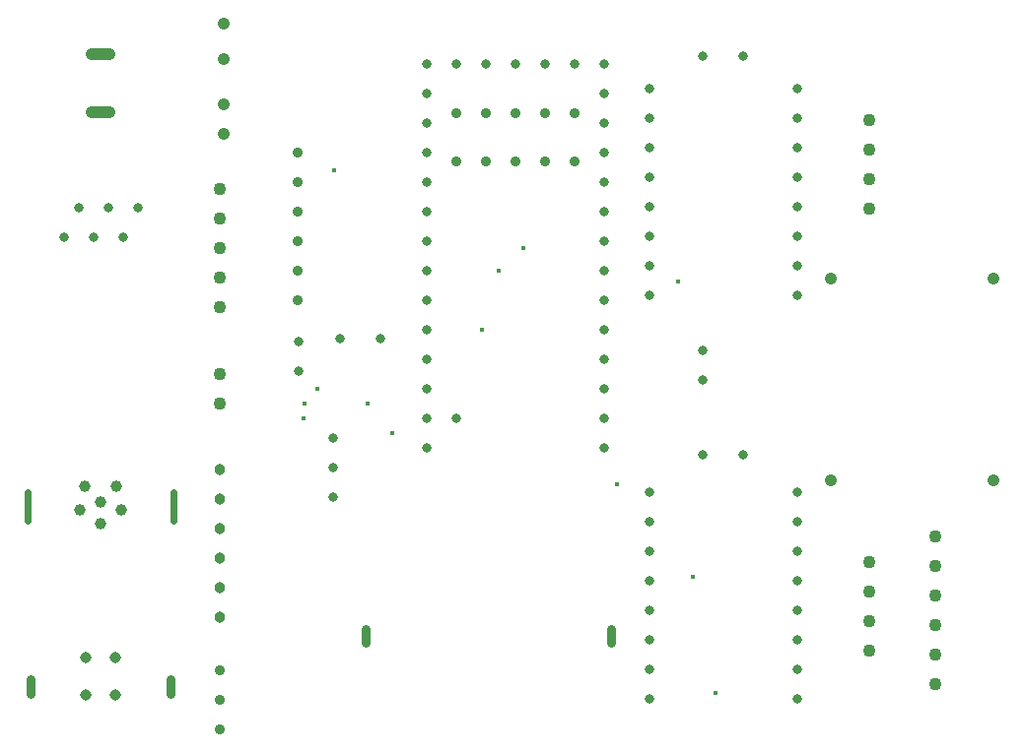
<source format=gbr>
%TF.GenerationSoftware,Novarm,DipTrace,3.3.1.3*%
%TF.CreationDate,2023-12-10T18:24:34+00:00*%
%FSLAX35Y35*%
%MOMM*%
%TF.FileFunction,Plated,1,2,PTH,Drill*%
%TF.Part,Single*%
%TA.AperFunction,ComponentDrill*%
%ADD18C,1.0*%
%ADD54C,0.8*%
%TA.AperFunction,ViaDrill*%
%ADD55C,0.4*%
%TA.AperFunction,ComponentDrill*%
%ADD57C,0.8001*%
%ADD58C,0.96533*%
%ADD59C,0.97*%
%ADD60C,1.07*%
%ADD61C,0.9*%
%ADD62C,0.6*%
%ADD63C,1.1*%
G75*
G01*
X3079723Y987750D2*
D54*
Y1107750D1*
X5187923Y987750D2*
Y1107750D1*
X2856750Y3603627D3*
X3206750D3*
X6321497Y6035377D3*
X5971497D3*
X6321497Y2606377D3*
X5971497D3*
D57*
X2500000Y3577000D3*
Y3323000D3*
D54*
X1117500Y4726999D3*
X990500Y4472999D3*
X863500Y4726999D3*
X736500Y4472999D3*
X609500Y4726999D3*
X482500Y4472999D3*
D58*
X1825623Y4127500D3*
Y4889500D3*
Y3873500D3*
Y4635500D3*
Y4381500D3*
D57*
X5969000Y3504000D3*
Y3250000D3*
D59*
X925000Y540000D3*
X675000D3*
Y860000D3*
X925000D3*
X1402000Y550000D2*
D54*
Y670000D1*
X198000Y550000D2*
Y670000D1*
D60*
X1825623Y3048000D3*
Y3302000D3*
X1857373Y6009500D3*
Y6309500D3*
D61*
X1825623Y746123D3*
Y492123D3*
Y238123D3*
D18*
X936500Y2332000D3*
X663500D3*
X625000Y2126000D3*
X800000Y2010000D3*
X975000Y2126000D3*
X800000Y2200000D3*
X175000Y2039000D2*
D62*
Y2279000D1*
X1425000Y2039000D2*
Y2279000D1*
X875000Y6050000D2*
D18*
X725000D1*
X875000Y5550000D2*
X725000D1*
D63*
X1825627Y3302000D3*
Y3048000D3*
X7400000Y4719000D3*
Y4973000D3*
Y5227000D3*
Y5481000D3*
Y919000D3*
Y1173000D3*
Y1427000D3*
Y1681000D3*
X1825623Y4889500D3*
Y4635500D3*
Y4381500D3*
Y4127500D3*
Y3873500D3*
X7969250Y635000D3*
Y889000D3*
Y1143000D3*
Y1397000D3*
Y1651000D3*
Y1905000D3*
D58*
X1825623Y1714500D3*
Y2476500D3*
Y1206500D3*
Y1460500D3*
Y2222500D3*
Y1968500D3*
D54*
X5127623Y2667000D3*
Y2921000D3*
Y3175000D3*
Y3429000D3*
Y3683000D3*
Y3937000D3*
Y4191000D3*
Y4445000D3*
Y4699000D3*
Y4953000D3*
Y5207000D3*
Y5461000D3*
Y5715000D3*
Y5969000D3*
X3603623D3*
Y5715000D3*
Y5461000D3*
Y5207000D3*
Y4953000D3*
Y4699000D3*
Y4445000D3*
Y4191000D3*
Y3937000D3*
Y3683000D3*
Y3429000D3*
Y3175000D3*
Y2921000D3*
Y2667000D3*
X4873623Y5969000D3*
X4619623D3*
X4365623D3*
X4111623D3*
X3857623D3*
Y2921000D3*
D61*
X4873623Y5126000D3*
Y5543000D3*
X4619623Y5126000D3*
Y5543000D3*
X4365623Y5126000D3*
Y5543000D3*
X4111623Y5126000D3*
Y5543000D3*
X3857623Y5126000D3*
Y5543000D3*
D54*
X6781497Y5749623D3*
Y5241623D3*
Y4987623D3*
Y4733623D3*
Y4479623D3*
Y4225623D3*
Y3971623D3*
Y5495623D3*
X5511497Y5749623D3*
Y5241623D3*
Y4987623D3*
Y4733623D3*
Y4479623D3*
Y4225623D3*
Y3971623D3*
Y5495623D3*
X6781500Y2286000D3*
Y1778000D3*
Y1524000D3*
Y1270000D3*
Y1016000D3*
Y762000D3*
Y508000D3*
Y2032000D3*
X5511500Y2286000D3*
Y1778000D3*
Y1524000D3*
Y1270000D3*
Y1016000D3*
Y762000D3*
Y508000D3*
Y2032000D3*
D61*
X2492373Y5207000D3*
Y4953000D3*
Y4699000D3*
Y4445000D3*
Y4191000D3*
Y3937000D3*
D60*
X1857409Y5365750D3*
Y5619750D3*
D54*
X2794000Y2746377D3*
Y2492377D3*
Y2238377D3*
D60*
X7400000Y1173000D3*
Y919000D3*
Y1681000D3*
Y1427000D3*
Y4973000D3*
Y4719000D3*
Y5481000D3*
Y5227000D3*
X8470000Y4120000D3*
Y2380000D3*
X7070000Y4120000D3*
Y2380000D3*
D55*
X5889623Y1555750D3*
X2809873Y5048250D3*
X5238750Y2349500D3*
X4429127Y4381500D3*
X4222750Y4191000D3*
X4075033Y3683000D3*
X6080127Y555627D3*
X2661273Y3175000D3*
X5762623Y4095750D3*
X3302000Y2794000D3*
X2540000Y2921000D3*
X3095623Y3048000D3*
X2555873D3*
M02*

</source>
